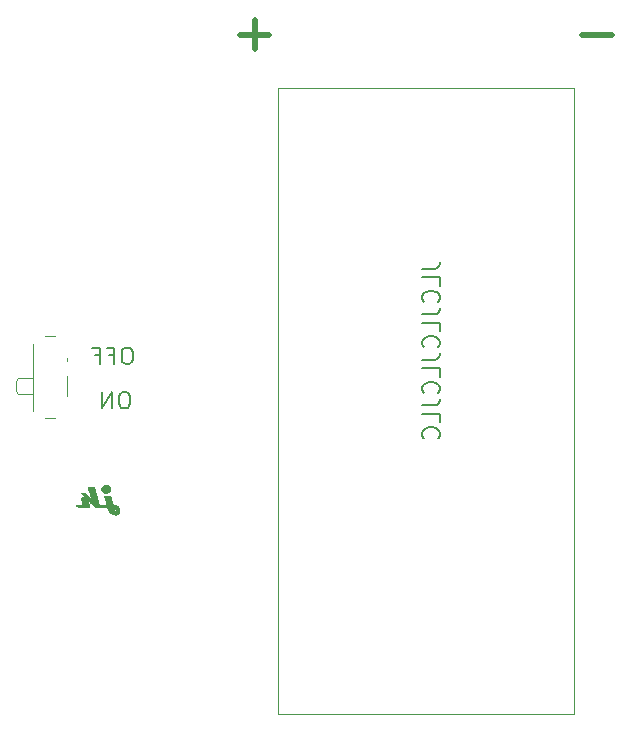
<source format=gbr>
%TF.GenerationSoftware,KiCad,Pcbnew,(5.1.10)-1*%
%TF.CreationDate,2021-10-17T17:11:57+02:00*%
%TF.ProjectId,TVZ_kuglica,54565a5f-6b75-4676-9c69-63612e6b6963,rev?*%
%TF.SameCoordinates,Original*%
%TF.FileFunction,Legend,Bot*%
%TF.FilePolarity,Positive*%
%FSLAX46Y46*%
G04 Gerber Fmt 4.6, Leading zero omitted, Abs format (unit mm)*
G04 Created by KiCad (PCBNEW (5.1.10)-1) date 2021-10-17 17:11:57*
%MOMM*%
%LPD*%
G01*
G04 APERTURE LIST*
%ADD10C,0.200000*%
%ADD11C,0.010000*%
%ADD12C,0.500000*%
%ADD13C,0.120000*%
G04 APERTURE END LIST*
D10*
X110616666Y-100983333D02*
X110350000Y-100983333D01*
X110216666Y-101050000D01*
X110083333Y-101183333D01*
X110016666Y-101450000D01*
X110016666Y-101916666D01*
X110083333Y-102183333D01*
X110216666Y-102316666D01*
X110350000Y-102383333D01*
X110616666Y-102383333D01*
X110750000Y-102316666D01*
X110883333Y-102183333D01*
X110950000Y-101916666D01*
X110950000Y-101450000D01*
X110883333Y-101183333D01*
X110750000Y-101050000D01*
X110616666Y-100983333D01*
X109416666Y-102383333D02*
X109416666Y-100983333D01*
X108616666Y-102383333D01*
X108616666Y-100983333D01*
X110833333Y-97233333D02*
X110566666Y-97233333D01*
X110433333Y-97300000D01*
X110300000Y-97433333D01*
X110233333Y-97700000D01*
X110233333Y-98166666D01*
X110300000Y-98433333D01*
X110433333Y-98566666D01*
X110566666Y-98633333D01*
X110833333Y-98633333D01*
X110966666Y-98566666D01*
X111100000Y-98433333D01*
X111166666Y-98166666D01*
X111166666Y-97700000D01*
X111100000Y-97433333D01*
X110966666Y-97300000D01*
X110833333Y-97233333D01*
X109166666Y-97900000D02*
X109633333Y-97900000D01*
X109633333Y-98633333D02*
X109633333Y-97233333D01*
X108966666Y-97233333D01*
X107966666Y-97900000D02*
X108433333Y-97900000D01*
X108433333Y-98633333D02*
X108433333Y-97233333D01*
X107766666Y-97233333D01*
X135678571Y-90571428D02*
X136750000Y-90571428D01*
X136964285Y-90500000D01*
X137107142Y-90357142D01*
X137178571Y-90142857D01*
X137178571Y-90000000D01*
X137178571Y-92000000D02*
X137178571Y-91285714D01*
X135678571Y-91285714D01*
X137035714Y-93357142D02*
X137107142Y-93285714D01*
X137178571Y-93071428D01*
X137178571Y-92928571D01*
X137107142Y-92714285D01*
X136964285Y-92571428D01*
X136821428Y-92500000D01*
X136535714Y-92428571D01*
X136321428Y-92428571D01*
X136035714Y-92500000D01*
X135892857Y-92571428D01*
X135750000Y-92714285D01*
X135678571Y-92928571D01*
X135678571Y-93071428D01*
X135750000Y-93285714D01*
X135821428Y-93357142D01*
X135678571Y-94428571D02*
X136750000Y-94428571D01*
X136964285Y-94357142D01*
X137107142Y-94214285D01*
X137178571Y-94000000D01*
X137178571Y-93857142D01*
X137178571Y-95857142D02*
X137178571Y-95142857D01*
X135678571Y-95142857D01*
X137035714Y-97214285D02*
X137107142Y-97142857D01*
X137178571Y-96928571D01*
X137178571Y-96785714D01*
X137107142Y-96571428D01*
X136964285Y-96428571D01*
X136821428Y-96357142D01*
X136535714Y-96285714D01*
X136321428Y-96285714D01*
X136035714Y-96357142D01*
X135892857Y-96428571D01*
X135750000Y-96571428D01*
X135678571Y-96785714D01*
X135678571Y-96928571D01*
X135750000Y-97142857D01*
X135821428Y-97214285D01*
X135678571Y-98285714D02*
X136750000Y-98285714D01*
X136964285Y-98214285D01*
X137107142Y-98071428D01*
X137178571Y-97857142D01*
X137178571Y-97714285D01*
X137178571Y-99714285D02*
X137178571Y-99000000D01*
X135678571Y-99000000D01*
X137035714Y-101071428D02*
X137107142Y-101000000D01*
X137178571Y-100785714D01*
X137178571Y-100642857D01*
X137107142Y-100428571D01*
X136964285Y-100285714D01*
X136821428Y-100214285D01*
X136535714Y-100142857D01*
X136321428Y-100142857D01*
X136035714Y-100214285D01*
X135892857Y-100285714D01*
X135750000Y-100428571D01*
X135678571Y-100642857D01*
X135678571Y-100785714D01*
X135750000Y-101000000D01*
X135821428Y-101071428D01*
X135678571Y-102142857D02*
X136750000Y-102142857D01*
X136964285Y-102071428D01*
X137107142Y-101928571D01*
X137178571Y-101714285D01*
X137178571Y-101571428D01*
X137178571Y-103571428D02*
X137178571Y-102857142D01*
X135678571Y-102857142D01*
X137035714Y-104928571D02*
X137107142Y-104857142D01*
X137178571Y-104642857D01*
X137178571Y-104500000D01*
X137107142Y-104285714D01*
X136964285Y-104142857D01*
X136821428Y-104071428D01*
X136535714Y-104000000D01*
X136321428Y-104000000D01*
X136035714Y-104071428D01*
X135892857Y-104142857D01*
X135750000Y-104285714D01*
X135678571Y-104500000D01*
X135678571Y-104642857D01*
X135750000Y-104857142D01*
X135821428Y-104928571D01*
D11*
%TO.C,G\u002A\u002A\u002A*%
G36*
X108865721Y-108860609D02*
G01*
X108818635Y-108864585D01*
X108787925Y-108870409D01*
X108730352Y-108891801D01*
X108673314Y-108923897D01*
X108620993Y-108963665D01*
X108577574Y-109008074D01*
X108555667Y-109038715D01*
X108530701Y-109094254D01*
X108517328Y-109156605D01*
X108515508Y-109221778D01*
X108525199Y-109285780D01*
X108546362Y-109344623D01*
X108558997Y-109367375D01*
X108601320Y-109421145D01*
X108655016Y-109468082D01*
X108716043Y-109505135D01*
X108769547Y-109526251D01*
X108805024Y-109533912D01*
X108848598Y-109539053D01*
X108895397Y-109541538D01*
X108940546Y-109541229D01*
X108979170Y-109537990D01*
X109003282Y-109532813D01*
X109075287Y-109504220D01*
X109134297Y-109470284D01*
X109182719Y-109429496D01*
X109201395Y-109408867D01*
X109237395Y-109359714D01*
X109260832Y-109311650D01*
X109273282Y-109259973D01*
X109276315Y-109199983D01*
X109275916Y-109186186D01*
X109273473Y-109147909D01*
X109268709Y-109118889D01*
X109260083Y-109092524D01*
X109247709Y-109065550D01*
X109209841Y-109006178D01*
X109159677Y-108953888D01*
X109100049Y-108910951D01*
X109033790Y-108879638D01*
X109004326Y-108870409D01*
X108965002Y-108863521D01*
X108916655Y-108860254D01*
X108865721Y-108860609D01*
G37*
X108865721Y-108860609D02*
X108818635Y-108864585D01*
X108787925Y-108870409D01*
X108730352Y-108891801D01*
X108673314Y-108923897D01*
X108620993Y-108963665D01*
X108577574Y-109008074D01*
X108555667Y-109038715D01*
X108530701Y-109094254D01*
X108517328Y-109156605D01*
X108515508Y-109221778D01*
X108525199Y-109285780D01*
X108546362Y-109344623D01*
X108558997Y-109367375D01*
X108601320Y-109421145D01*
X108655016Y-109468082D01*
X108716043Y-109505135D01*
X108769547Y-109526251D01*
X108805024Y-109533912D01*
X108848598Y-109539053D01*
X108895397Y-109541538D01*
X108940546Y-109541229D01*
X108979170Y-109537990D01*
X109003282Y-109532813D01*
X109075287Y-109504220D01*
X109134297Y-109470284D01*
X109182719Y-109429496D01*
X109201395Y-109408867D01*
X109237395Y-109359714D01*
X109260832Y-109311650D01*
X109273282Y-109259973D01*
X109276315Y-109199983D01*
X109275916Y-109186186D01*
X109273473Y-109147909D01*
X109268709Y-109118889D01*
X109260083Y-109092524D01*
X109247709Y-109065550D01*
X109209841Y-109006178D01*
X109159677Y-108953888D01*
X109100049Y-108910951D01*
X109033790Y-108879638D01*
X109004326Y-108870409D01*
X108965002Y-108863521D01*
X108916655Y-108860254D01*
X108865721Y-108860609D01*
G36*
X107538892Y-109026177D02*
G01*
X107480420Y-109026556D01*
X107435129Y-109027253D01*
X107401672Y-109028322D01*
X107378703Y-109029818D01*
X107364874Y-109031792D01*
X107358840Y-109034301D01*
X107358436Y-109036184D01*
X107361260Y-109044930D01*
X107368336Y-109067349D01*
X107379201Y-109101955D01*
X107393393Y-109147262D01*
X107410447Y-109201786D01*
X107429902Y-109264039D01*
X107451293Y-109332538D01*
X107474157Y-109405795D01*
X107498032Y-109482326D01*
X107522454Y-109560645D01*
X107546960Y-109639266D01*
X107571086Y-109716704D01*
X107594370Y-109791472D01*
X107616349Y-109862086D01*
X107636558Y-109927060D01*
X107654536Y-109984908D01*
X107669818Y-110034145D01*
X107681941Y-110073284D01*
X107690444Y-110100841D01*
X107693917Y-110112196D01*
X107695972Y-110118736D01*
X107697517Y-110124186D01*
X107697865Y-110127871D01*
X107696331Y-110129119D01*
X107692228Y-110127256D01*
X107684869Y-110121608D01*
X107673570Y-110111502D01*
X107657643Y-110096265D01*
X107636402Y-110075223D01*
X107609161Y-110047703D01*
X107575233Y-110013031D01*
X107533934Y-109970534D01*
X107484575Y-109919538D01*
X107426472Y-109859371D01*
X107358938Y-109789357D01*
X107281286Y-109708826D01*
X107253148Y-109679645D01*
X107114157Y-109535508D01*
X106943642Y-109534785D01*
X106773128Y-109534063D01*
X106856318Y-109619391D01*
X106894827Y-109658881D01*
X106939098Y-109704266D01*
X106983799Y-109750081D01*
X107023600Y-109790862D01*
X107025533Y-109792843D01*
X107111558Y-109880966D01*
X107022547Y-109886599D01*
X106961234Y-109892307D01*
X106913357Y-109901259D01*
X106876665Y-109914255D01*
X106848909Y-109932092D01*
X106827838Y-109955571D01*
X106827696Y-109955775D01*
X106816602Y-109973970D01*
X106808913Y-109992990D01*
X106804860Y-110014560D01*
X106804672Y-110040403D01*
X106808580Y-110072243D01*
X106816813Y-110111805D01*
X106829601Y-110160812D01*
X106847173Y-110220987D01*
X106869759Y-110294057D01*
X106874982Y-110310636D01*
X106892582Y-110366614D01*
X106908508Y-110417738D01*
X106922158Y-110462033D01*
X106932926Y-110497523D01*
X106940210Y-110522233D01*
X106943405Y-110534185D01*
X106943500Y-110534870D01*
X106935792Y-110536664D01*
X106913579Y-110538261D01*
X106878231Y-110539628D01*
X106831118Y-110540731D01*
X106773611Y-110541536D01*
X106707078Y-110542008D01*
X106649813Y-110542125D01*
X106563565Y-110542341D01*
X106491932Y-110542983D01*
X106435155Y-110544046D01*
X106393477Y-110545523D01*
X106367140Y-110547407D01*
X106356387Y-110549691D01*
X106356125Y-110550149D01*
X106359277Y-110561451D01*
X106367340Y-110581585D01*
X106373731Y-110595790D01*
X106405352Y-110645252D01*
X106450312Y-110688762D01*
X106506761Y-110724978D01*
X106572847Y-110752557D01*
X106601252Y-110760790D01*
X106614956Y-110763738D01*
X106631846Y-110766145D01*
X106653418Y-110768048D01*
X106681172Y-110769483D01*
X106716605Y-110770485D01*
X106761215Y-110771091D01*
X106816499Y-110771337D01*
X106883957Y-110771260D01*
X106965085Y-110770896D01*
X107008393Y-110770635D01*
X107093364Y-110770076D01*
X107163946Y-110769527D01*
X107221621Y-110768914D01*
X107267876Y-110768164D01*
X107304195Y-110767202D01*
X107332062Y-110765954D01*
X107352962Y-110764344D01*
X107368381Y-110762300D01*
X107379801Y-110759746D01*
X107388709Y-110756608D01*
X107396589Y-110752812D01*
X107399907Y-110751027D01*
X107425104Y-110732825D01*
X107447448Y-110709599D01*
X107451280Y-110704305D01*
X107462120Y-110685338D01*
X107467959Y-110665808D01*
X107470072Y-110639880D01*
X107470078Y-110618435D01*
X107469150Y-110599164D01*
X107466578Y-110578231D01*
X107461833Y-110553557D01*
X107454391Y-110523064D01*
X107443727Y-110484672D01*
X107429313Y-110436303D01*
X107410624Y-110375877D01*
X107400845Y-110344724D01*
X107383308Y-110288899D01*
X107367434Y-110238113D01*
X107353821Y-110194304D01*
X107343070Y-110159408D01*
X107335778Y-110135362D01*
X107332545Y-110124105D01*
X107332438Y-110123544D01*
X107337903Y-110127520D01*
X107353159Y-110140888D01*
X107376502Y-110162096D01*
X107406227Y-110189589D01*
X107440627Y-110221814D01*
X107449516Y-110230199D01*
X107487568Y-110265913D01*
X107534396Y-110309499D01*
X107586999Y-110358186D01*
X107642374Y-110409201D01*
X107697522Y-110459773D01*
X107745188Y-110503263D01*
X107810521Y-110562670D01*
X107865721Y-110612367D01*
X107912476Y-110653237D01*
X107952477Y-110686166D01*
X107987411Y-110712038D01*
X108018967Y-110731736D01*
X108048836Y-110746147D01*
X108078704Y-110756153D01*
X108110262Y-110762640D01*
X108145198Y-110766492D01*
X108185202Y-110768594D01*
X108231962Y-110769829D01*
X108255172Y-110770327D01*
X108309027Y-110771140D01*
X108353219Y-110771068D01*
X108386147Y-110770152D01*
X108406205Y-110768433D01*
X108411938Y-110766335D01*
X108409515Y-110755368D01*
X108403220Y-110734386D01*
X108396063Y-110712781D01*
X108387663Y-110687273D01*
X108381908Y-110667708D01*
X108380188Y-110659472D01*
X108385635Y-110660300D01*
X108399853Y-110669526D01*
X108417891Y-110683638D01*
X108457730Y-110713474D01*
X108498026Y-110735710D01*
X108545705Y-110754355D01*
X108560431Y-110758287D01*
X108580337Y-110761490D01*
X108607248Y-110764074D01*
X108642986Y-110766147D01*
X108689377Y-110767818D01*
X108748243Y-110769199D01*
X108810526Y-110770240D01*
X109038457Y-110773582D01*
X109074915Y-110885743D01*
X109109114Y-110980680D01*
X109146014Y-111061757D01*
X109187047Y-111130936D01*
X109233642Y-111190179D01*
X109287229Y-111241450D01*
X109349238Y-111286712D01*
X109381244Y-111306206D01*
X109436762Y-111333073D01*
X109499737Y-111354851D01*
X109566720Y-111371042D01*
X109634261Y-111381147D01*
X109698908Y-111384668D01*
X109757213Y-111381106D01*
X109805725Y-111369963D01*
X109810420Y-111368211D01*
X109867550Y-111340076D01*
X109914285Y-111303422D01*
X109953330Y-111255707D01*
X109980650Y-111208257D01*
X110002334Y-111157599D01*
X110015786Y-111106239D01*
X110022196Y-111048633D01*
X110022851Y-111022344D01*
X109733307Y-111022344D01*
X109733075Y-111059315D01*
X109731622Y-111084720D01*
X109728077Y-111102861D01*
X109721566Y-111118043D01*
X109711219Y-111134570D01*
X109710282Y-111135956D01*
X109694868Y-111156116D01*
X109685033Y-111162454D01*
X109681380Y-111159768D01*
X109677427Y-111149525D01*
X109669412Y-111126389D01*
X109658081Y-111092596D01*
X109644178Y-111050382D01*
X109628449Y-111001985D01*
X109617802Y-110968908D01*
X109601780Y-110918243D01*
X109587811Y-110872724D01*
X109576514Y-110834480D01*
X109568509Y-110805640D01*
X109564412Y-110788335D01*
X109564160Y-110784257D01*
X109574942Y-110783591D01*
X109594220Y-110790568D01*
X109617957Y-110803087D01*
X109642116Y-110819048D01*
X109660796Y-110834535D01*
X109683000Y-110859597D01*
X109704350Y-110889783D01*
X109712199Y-110903281D01*
X109722102Y-110923828D01*
X109728327Y-110943076D01*
X109731709Y-110965752D01*
X109733089Y-110996582D01*
X109733307Y-111022344D01*
X110022851Y-111022344D01*
X110023156Y-111010121D01*
X110018662Y-110930831D01*
X110004141Y-110861654D01*
X109978354Y-110799482D01*
X109940065Y-110741208D01*
X109896427Y-110692077D01*
X109861668Y-110658816D01*
X109830514Y-110634095D01*
X109797140Y-110613682D01*
X109769250Y-110599648D01*
X109697429Y-110570834D01*
X109624607Y-110551385D01*
X109555738Y-110542536D01*
X109539015Y-110542125D01*
X109493289Y-110542125D01*
X109441388Y-110381391D01*
X109424109Y-110327869D01*
X109403353Y-110263557D01*
X109380513Y-110192775D01*
X109356982Y-110119841D01*
X109334155Y-110049076D01*
X109319733Y-110004359D01*
X109249980Y-109788062D01*
X108993678Y-109788063D01*
X108931701Y-109788257D01*
X108875123Y-109788809D01*
X108825812Y-109789670D01*
X108785639Y-109790794D01*
X108756475Y-109792131D01*
X108740188Y-109793635D01*
X108737375Y-109794602D01*
X108739682Y-109803261D01*
X108746296Y-109825572D01*
X108756758Y-109860045D01*
X108770609Y-109905189D01*
X108787390Y-109959513D01*
X108806641Y-110021528D01*
X108827905Y-110089742D01*
X108850720Y-110162665D01*
X108852469Y-110168245D01*
X108875363Y-110241334D01*
X108896741Y-110309717D01*
X108916146Y-110371920D01*
X108933120Y-110426467D01*
X108947206Y-110471886D01*
X108957944Y-110506703D01*
X108964877Y-110529442D01*
X108967547Y-110538630D01*
X108967563Y-110538737D01*
X108959908Y-110539482D01*
X108938072Y-110540170D01*
X108903750Y-110540783D01*
X108858635Y-110541303D01*
X108804422Y-110541711D01*
X108742806Y-110541989D01*
X108675480Y-110542118D01*
X108655283Y-110542125D01*
X108343004Y-110542125D01*
X107869228Y-109026063D01*
X107611890Y-109026063D01*
X107538892Y-109026177D01*
G37*
X107538892Y-109026177D02*
X107480420Y-109026556D01*
X107435129Y-109027253D01*
X107401672Y-109028322D01*
X107378703Y-109029818D01*
X107364874Y-109031792D01*
X107358840Y-109034301D01*
X107358436Y-109036184D01*
X107361260Y-109044930D01*
X107368336Y-109067349D01*
X107379201Y-109101955D01*
X107393393Y-109147262D01*
X107410447Y-109201786D01*
X107429902Y-109264039D01*
X107451293Y-109332538D01*
X107474157Y-109405795D01*
X107498032Y-109482326D01*
X107522454Y-109560645D01*
X107546960Y-109639266D01*
X107571086Y-109716704D01*
X107594370Y-109791472D01*
X107616349Y-109862086D01*
X107636558Y-109927060D01*
X107654536Y-109984908D01*
X107669818Y-110034145D01*
X107681941Y-110073284D01*
X107690444Y-110100841D01*
X107693917Y-110112196D01*
X107695972Y-110118736D01*
X107697517Y-110124186D01*
X107697865Y-110127871D01*
X107696331Y-110129119D01*
X107692228Y-110127256D01*
X107684869Y-110121608D01*
X107673570Y-110111502D01*
X107657643Y-110096265D01*
X107636402Y-110075223D01*
X107609161Y-110047703D01*
X107575233Y-110013031D01*
X107533934Y-109970534D01*
X107484575Y-109919538D01*
X107426472Y-109859371D01*
X107358938Y-109789357D01*
X107281286Y-109708826D01*
X107253148Y-109679645D01*
X107114157Y-109535508D01*
X106943642Y-109534785D01*
X106773128Y-109534063D01*
X106856318Y-109619391D01*
X106894827Y-109658881D01*
X106939098Y-109704266D01*
X106983799Y-109750081D01*
X107023600Y-109790862D01*
X107025533Y-109792843D01*
X107111558Y-109880966D01*
X107022547Y-109886599D01*
X106961234Y-109892307D01*
X106913357Y-109901259D01*
X106876665Y-109914255D01*
X106848909Y-109932092D01*
X106827838Y-109955571D01*
X106827696Y-109955775D01*
X106816602Y-109973970D01*
X106808913Y-109992990D01*
X106804860Y-110014560D01*
X106804672Y-110040403D01*
X106808580Y-110072243D01*
X106816813Y-110111805D01*
X106829601Y-110160812D01*
X106847173Y-110220987D01*
X106869759Y-110294057D01*
X106874982Y-110310636D01*
X106892582Y-110366614D01*
X106908508Y-110417738D01*
X106922158Y-110462033D01*
X106932926Y-110497523D01*
X106940210Y-110522233D01*
X106943405Y-110534185D01*
X106943500Y-110534870D01*
X106935792Y-110536664D01*
X106913579Y-110538261D01*
X106878231Y-110539628D01*
X106831118Y-110540731D01*
X106773611Y-110541536D01*
X106707078Y-110542008D01*
X106649813Y-110542125D01*
X106563565Y-110542341D01*
X106491932Y-110542983D01*
X106435155Y-110544046D01*
X106393477Y-110545523D01*
X106367140Y-110547407D01*
X106356387Y-110549691D01*
X106356125Y-110550149D01*
X106359277Y-110561451D01*
X106367340Y-110581585D01*
X106373731Y-110595790D01*
X106405352Y-110645252D01*
X106450312Y-110688762D01*
X106506761Y-110724978D01*
X106572847Y-110752557D01*
X106601252Y-110760790D01*
X106614956Y-110763738D01*
X106631846Y-110766145D01*
X106653418Y-110768048D01*
X106681172Y-110769483D01*
X106716605Y-110770485D01*
X106761215Y-110771091D01*
X106816499Y-110771337D01*
X106883957Y-110771260D01*
X106965085Y-110770896D01*
X107008393Y-110770635D01*
X107093364Y-110770076D01*
X107163946Y-110769527D01*
X107221621Y-110768914D01*
X107267876Y-110768164D01*
X107304195Y-110767202D01*
X107332062Y-110765954D01*
X107352962Y-110764344D01*
X107368381Y-110762300D01*
X107379801Y-110759746D01*
X107388709Y-110756608D01*
X107396589Y-110752812D01*
X107399907Y-110751027D01*
X107425104Y-110732825D01*
X107447448Y-110709599D01*
X107451280Y-110704305D01*
X107462120Y-110685338D01*
X107467959Y-110665808D01*
X107470072Y-110639880D01*
X107470078Y-110618435D01*
X107469150Y-110599164D01*
X107466578Y-110578231D01*
X107461833Y-110553557D01*
X107454391Y-110523064D01*
X107443727Y-110484672D01*
X107429313Y-110436303D01*
X107410624Y-110375877D01*
X107400845Y-110344724D01*
X107383308Y-110288899D01*
X107367434Y-110238113D01*
X107353821Y-110194304D01*
X107343070Y-110159408D01*
X107335778Y-110135362D01*
X107332545Y-110124105D01*
X107332438Y-110123544D01*
X107337903Y-110127520D01*
X107353159Y-110140888D01*
X107376502Y-110162096D01*
X107406227Y-110189589D01*
X107440627Y-110221814D01*
X107449516Y-110230199D01*
X107487568Y-110265913D01*
X107534396Y-110309499D01*
X107586999Y-110358186D01*
X107642374Y-110409201D01*
X107697522Y-110459773D01*
X107745188Y-110503263D01*
X107810521Y-110562670D01*
X107865721Y-110612367D01*
X107912476Y-110653237D01*
X107952477Y-110686166D01*
X107987411Y-110712038D01*
X108018967Y-110731736D01*
X108048836Y-110746147D01*
X108078704Y-110756153D01*
X108110262Y-110762640D01*
X108145198Y-110766492D01*
X108185202Y-110768594D01*
X108231962Y-110769829D01*
X108255172Y-110770327D01*
X108309027Y-110771140D01*
X108353219Y-110771068D01*
X108386147Y-110770152D01*
X108406205Y-110768433D01*
X108411938Y-110766335D01*
X108409515Y-110755368D01*
X108403220Y-110734386D01*
X108396063Y-110712781D01*
X108387663Y-110687273D01*
X108381908Y-110667708D01*
X108380188Y-110659472D01*
X108385635Y-110660300D01*
X108399853Y-110669526D01*
X108417891Y-110683638D01*
X108457730Y-110713474D01*
X108498026Y-110735710D01*
X108545705Y-110754355D01*
X108560431Y-110758287D01*
X108580337Y-110761490D01*
X108607248Y-110764074D01*
X108642986Y-110766147D01*
X108689377Y-110767818D01*
X108748243Y-110769199D01*
X108810526Y-110770240D01*
X109038457Y-110773582D01*
X109074915Y-110885743D01*
X109109114Y-110980680D01*
X109146014Y-111061757D01*
X109187047Y-111130936D01*
X109233642Y-111190179D01*
X109287229Y-111241450D01*
X109349238Y-111286712D01*
X109381244Y-111306206D01*
X109436762Y-111333073D01*
X109499737Y-111354851D01*
X109566720Y-111371042D01*
X109634261Y-111381147D01*
X109698908Y-111384668D01*
X109757213Y-111381106D01*
X109805725Y-111369963D01*
X109810420Y-111368211D01*
X109867550Y-111340076D01*
X109914285Y-111303422D01*
X109953330Y-111255707D01*
X109980650Y-111208257D01*
X110002334Y-111157599D01*
X110015786Y-111106239D01*
X110022196Y-111048633D01*
X110022851Y-111022344D01*
X109733307Y-111022344D01*
X109733075Y-111059315D01*
X109731622Y-111084720D01*
X109728077Y-111102861D01*
X109721566Y-111118043D01*
X109711219Y-111134570D01*
X109710282Y-111135956D01*
X109694868Y-111156116D01*
X109685033Y-111162454D01*
X109681380Y-111159768D01*
X109677427Y-111149525D01*
X109669412Y-111126389D01*
X109658081Y-111092596D01*
X109644178Y-111050382D01*
X109628449Y-111001985D01*
X109617802Y-110968908D01*
X109601780Y-110918243D01*
X109587811Y-110872724D01*
X109576514Y-110834480D01*
X109568509Y-110805640D01*
X109564412Y-110788335D01*
X109564160Y-110784257D01*
X109574942Y-110783591D01*
X109594220Y-110790568D01*
X109617957Y-110803087D01*
X109642116Y-110819048D01*
X109660796Y-110834535D01*
X109683000Y-110859597D01*
X109704350Y-110889783D01*
X109712199Y-110903281D01*
X109722102Y-110923828D01*
X109728327Y-110943076D01*
X109731709Y-110965752D01*
X109733089Y-110996582D01*
X109733307Y-111022344D01*
X110022851Y-111022344D01*
X110023156Y-111010121D01*
X110018662Y-110930831D01*
X110004141Y-110861654D01*
X109978354Y-110799482D01*
X109940065Y-110741208D01*
X109896427Y-110692077D01*
X109861668Y-110658816D01*
X109830514Y-110634095D01*
X109797140Y-110613682D01*
X109769250Y-110599648D01*
X109697429Y-110570834D01*
X109624607Y-110551385D01*
X109555738Y-110542536D01*
X109539015Y-110542125D01*
X109493289Y-110542125D01*
X109441388Y-110381391D01*
X109424109Y-110327869D01*
X109403353Y-110263557D01*
X109380513Y-110192775D01*
X109356982Y-110119841D01*
X109334155Y-110049076D01*
X109319733Y-110004359D01*
X109249980Y-109788062D01*
X108993678Y-109788063D01*
X108931701Y-109788257D01*
X108875123Y-109788809D01*
X108825812Y-109789670D01*
X108785639Y-109790794D01*
X108756475Y-109792131D01*
X108740188Y-109793635D01*
X108737375Y-109794602D01*
X108739682Y-109803261D01*
X108746296Y-109825572D01*
X108756758Y-109860045D01*
X108770609Y-109905189D01*
X108787390Y-109959513D01*
X108806641Y-110021528D01*
X108827905Y-110089742D01*
X108850720Y-110162665D01*
X108852469Y-110168245D01*
X108875363Y-110241334D01*
X108896741Y-110309717D01*
X108916146Y-110371920D01*
X108933120Y-110426467D01*
X108947206Y-110471886D01*
X108957944Y-110506703D01*
X108964877Y-110529442D01*
X108967547Y-110538630D01*
X108967563Y-110538737D01*
X108959908Y-110539482D01*
X108938072Y-110540170D01*
X108903750Y-110540783D01*
X108858635Y-110541303D01*
X108804422Y-110541711D01*
X108742806Y-110541989D01*
X108675480Y-110542118D01*
X108655283Y-110542125D01*
X108343004Y-110542125D01*
X107869228Y-109026063D01*
X107611890Y-109026063D01*
X107538892Y-109026177D01*
D12*
%TO.C,BT1*%
X151750000Y-70750000D02*
X149250000Y-70750000D01*
X120250000Y-70750000D02*
X122750000Y-70750000D01*
X121500000Y-72000000D02*
X121500000Y-69500000D01*
D13*
X123500000Y-128250000D02*
X123500000Y-75250000D01*
X148500000Y-75250000D02*
X123500000Y-75250000D01*
X148500000Y-128250000D02*
X148500000Y-75250000D01*
X123500000Y-128250000D02*
X148500000Y-128250000D01*
%TO.C,SW1*%
X103780000Y-96300000D02*
X104570000Y-96300000D01*
X104570000Y-103200000D02*
X103780000Y-103200000D01*
X105620000Y-101350000D02*
X105620000Y-99650000D01*
X102770000Y-102600000D02*
X102770000Y-96900000D01*
X101480000Y-99850000D02*
X102770000Y-99850000D01*
X101270000Y-100950000D02*
X101270000Y-100050000D01*
X102770000Y-101150000D02*
X101480000Y-101150000D01*
X101480000Y-99850000D02*
X101270000Y-100050000D01*
X101480000Y-101150000D02*
X101270000Y-100950000D01*
X105620000Y-98350000D02*
X105620000Y-98150000D01*
%TD*%
M02*

</source>
